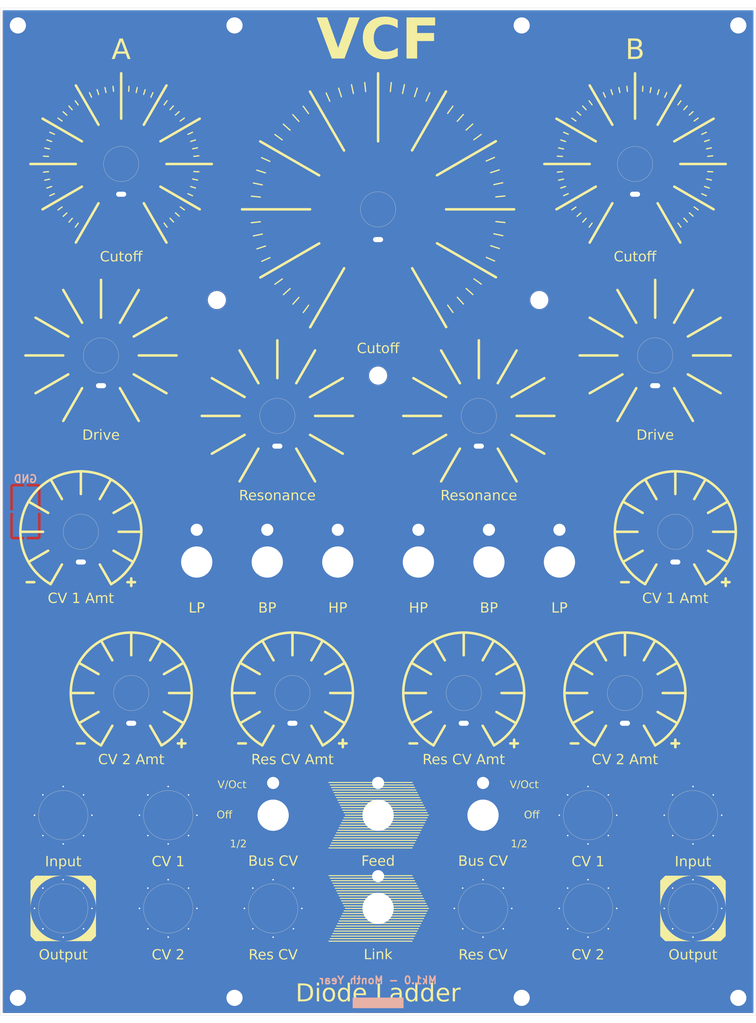
<source format=kicad_pcb>
(kicad_pcb (version 20240108) (generator "pcbnew") (generator_version "8.0")
  (title_block (title "Kosmo Format Front Panel - 10 cm") (company "DMH Instruments"))
  (layers (0 "F.Cu" signal) (31 "B.Cu" signal) (34 "B.Paste" user) (35 "F.Paste" user) (36 "B.SilkS" user "B.Silkscreen") (37 "F.SilkS" user "F.Silkscreen") (38 "B.Mask" user) (39 "F.Mask" user) (44 "Edge.Cuts" user))
  (property "Function" "")
  (net 0 "")
  (net 1 "GND")
  (footprint "SynthStuff:Toggle_Switch_Cutout" (layer "F.Cu") (at 122 140)
    (property "Reference" "H34")
    (property "Value" "BP" (at 0 9.2 0) (layer "F.SilkS") (effects (font (size 2 2))))
    (pad "1" thru_hole circle (at 0 -6.4) (size 2.9 2.9) (drill 2.4) (layers "*.Cu" "*.Mask") (net 1 "GND"))
    (pad "1" thru_hole circle (at 0 0) (size 13 13) (drill 6.2) (layers "*.Cu" "*.Mask") (net 1 "GND"))
  )
  (footprint "SynthStuff:Jack_6.35mm_Cutout_v3" (layer "F.Cu") (at 141.667 190.25)
    (property "Reference" "H15")
    (property "Value" "CV 1" (at 0 9.3 0) (layer "F.SilkS") (effects (font (size 2 2))))
    (fp_circle (center 0 0) (end 0 -4.9) (stroke (width 0.05)) (fill none) (layer "Edge.Cuts"))
    (pad "1" thru_hole circle (at -5.7 0) (size 0.5 0.5) (drill 0.3) (layers "*.Cu" "*.Mask") (net 1 "GND"))
    (pad "1" thru_hole circle (at -4.04 -4.03) (size 0.5 0.5) (drill 0.3) (layers "*.Cu" "*.Mask") (net 1 "GND"))
    (pad "1" thru_hole circle (at -4.03 4.04) (size 0.5 0.5) (drill 0.3) (layers "*.Cu" "*.Mask") (net 1 "GND"))
    (pad "1" thru_hole circle (at 0 -5.7) (size 0.5 0.5) (drill 0.3) (layers "*.Cu" "*.Mask") (net 1 "GND"))
    (pad "1" connect circle (at 0 0) (size 12 12) (layers "F.Cu" "F.Mask") (net 1 "GND"))
    (pad "1" connect circle (at 0 0) (size 12 12) (layers "B.Cu" "B.Mask") (net 1 "GND"))
    (pad "1" thru_hole circle (at 0 5.7) (size 0.5 0.5) (drill 0.3) (layers "*.Cu" "*.Mask") (net 1 "GND"))
    (pad "1" thru_hole circle (at 4.03 4.04) (size 0.5 0.5) (drill 0.3) (layers "*.Cu" "*.Mask") (net 1 "GND"))
    (pad "1" thru_hole circle (at 4.04 -4.03) (size 0.5 0.5) (drill 0.3) (layers "*.Cu" "*.Mask") (net 1 "GND"))
    (pad "1" thru_hole circle (at 5.7 0) (size 0.5 0.5) (drill 0.3) (layers "*.Cu" "*.Mask") (net 1 "GND"))
  )
  (footprint "SynthStuff:Toggle_Switch_Cutout" (layer "F.Cu") (at 100 208.75)
    (property "Reference" "H33")
    (property "Value" "Link" (at 0 9.25 0) (layer "F.SilkS") (effects (font (size 2 2))))
    (pad "1" thru_hole circle (at 0 -6.4) (size 2.9 2.9) (drill 2.4) (layers "*.Cu" "*.Mask") (net 1 "GND"))
    (pad "1" thru_hole circle (at 0 0) (size 13 13) (drill 6.2) (layers "*.Cu" "*.Mask") (net 1 "GND"))
  )
  (footprint "SynthStuff:MountingHole_LED_3mm" (layer "F.Cu") (at 68 88)
    (property "Reference" "H40" (hide yes))
    (property "Value" "LED A" (hide yes))
    (pad "" np_thru_hole circle (at 0 0) (size 3.1 3.1) (drill 3.1) (layers "F&B.Cu" "*.Mask"))
  )
  (footprint "SynthStuff:MountingHole_Rails" (layer "F.Cu") (at 28.5 226.5)
    (property "Reference" "H3")
    (property "Value" "MountingHole_Rails" (hide yes))
    (pad "1" thru_hole circle (at 0 0) (size 4 4) (drill 3.2) (layers "*.Cu" "*.Mask") (net 1 "GND"))
  )
  (footprint "SynthStuff:Pot_Cutout_Tiny_attv" (layer "F.Cu") (at 159 134)
    (property "Reference" "H22")
    (property "Value" "CV 1 Amt" (at 0 13.3 0) (layer "F.SilkS") (effects (font (size 2 2))))
    (fp_circle (center 0 0) (end 0 3.5) (stroke (width 0.05)) (fill none) (layer "Edge.Cuts"))
    (pad "1" connect circle (at 0 0) (size 12 12) (layers "F.Cu" "F.Mask") (net 1 "GND"))
    (pad "1" connect circle (at 0 0) (size 12 12) (layers "B.Cu" "B.Mask") (net 1 "GND"))
    (pad "1" thru_hole oval (at 0 6) (size 2.5 1.5) (drill oval 2 1) (layers "*.Cu" "*.Mask") (net 1 "GND"))
  )
  (footprint "SynthStuff:Jack_6.35mm_Cutout_v3" (layer "F.Cu") (at 141.667 208.75)
    (property "Reference" "H25")
    (property "Value" "CV 2" (at 0 9.3 0) (layer "F.SilkS") (effects (font (size 2 2))))
    (fp_circle (center 0 0) (end 0 -4.9) (stroke (width 0.05)) (fill none) (layer "Edge.Cuts"))
    (pad "1" thru_hole circle (at -5.7 0) (size 0.5 0.5) (drill 0.3) (layers "*.Cu" "*.Mask") (net 1 "GND"))
    (pad "1" thru_hole circle (at -4.04 -4.03) (size 0.5 0.5) (drill 0.3) (layers "*.Cu" "*.Mask") (net 1 "GND"))
    (pad "1" thru_hole circle (at -4.03 4.04) (size 0.5 0.5) (drill 0.3) (layers "*.Cu" "*.Mask") (net 1 "GND"))
    (pad "1" thru_hole circle (at 0 -5.7) (size 0.5 0.5) (drill 0.3) (layers "*.Cu" "*.Mask") (net 1 "GND"))
    (pad "1" connect circle (at 0 0) (size 12 12) (layers "F.Cu" "F.Mask") (net 1 "GND"))
    (pad "1" connect circle (at 0 0) (size 12 12) (layers "B.Cu" "B.Mask") (net 1 "GND"))
    (pad "1" thru_hole circle (at 0 5.7) (size 0.5 0.5) (drill 0.3) (layers "*.Cu" "*.Mask") (net 1 "GND"))
    (pad "1" thru_hole circle (at 4.03 4.04) (size 0.5 0.5) (drill 0.3) (layers "*.Cu" "*.Mask") (net 1 "GND"))
    (pad "1" thru_hole circle (at 4.04 -4.03) (size 0.5 0.5) (drill 0.3) (layers "*.Cu" "*.Mask") (net 1 "GND"))
    (pad "1" thru_hole circle (at 5.7 0) (size 0.5 0.5) (drill 0.3) (layers "*.Cu" "*.Mask") (net 1 "GND"))
  )
  (footprint "SynthStuff:Jack_6.35mm_Cutout_v3" (layer "F.Cu") (at 162.5 190.25)
    (property "Reference" "H16")
    (property "Value" "Input" (at 0 9.3 0) (layer "F.SilkS") (effects (font (size 2 2))))
    (fp_circle (center 0 0) (end 0 -4.9) (stroke (width 0.05)) (fill none) (layer "Edge.Cuts"))
    (pad "1" thru_hole circle (at -5.7 0) (size 0.5 0.5) (drill 0.3) (layers "*.Cu" "*.Mask") (net 1 "GND"))
    (pad "1" thru_hole circle (at -4.04 -4.03) (size 0.5 0.5) (drill 0.3) (layers "*.Cu" "*.Mask") (net 1 "GND"))
    (pad "1" thru_hole circle (at -4.03 4.04) (size 0.5 0.5) (drill 0.3) (layers "*.Cu" "*.Mask") (net 1 "GND"))
    (pad "1" thru_hole circle (at 0 -5.7) (size 0.5 0.5) (drill 0.3) (layers "*.Cu" "*.Mask") (net 1 "GND"))
    (pad "1" connect circle (at 0 0) (size 12 12) (layers "F.Cu" "F.Mask") (net 1 "GND"))
    (pad "1" connect circle (at 0 0) (size 12 12) (layers "B.Cu" "B.Mask") (net 1 "GND"))
    (pad "1" thru_hole circle (at 0 5.7) (size 0.5 0.5) (drill 0.3) (layers "*.Cu" "*.Mask") (net 1 "GND"))
    (pad "1" thru_hole circle (at 4.03 4.04) (size 0.5 0.5) (drill 0.3) (layers "*.Cu" "*.Mask") (net 1 "GND"))
    (pad "1" thru_hole circle (at 4.04 -4.03) (size 0.5 0.5) (drill 0.3) (layers "*.Cu" "*.Mask") (net 1 "GND"))
    (pad "1" thru_hole circle (at 5.7 0) (size 0.5 0.5) (drill 0.3) (layers "*.Cu" "*.Mask") (net 1 "GND"))
  )
  (footprint "SynthStuff:MountingHole_Rails" (layer "F.Cu") (at 128.5 226.5)
    (property "Reference" "H39")
    (property "Value" "MountingHole_Rails")
    (pad "1" thru_hole circle (at 0 0) (size 4 4) (drill 3.2) (layers "*.Cu" "*.Mask") (net 1 "GND"))
  )
  (footprint "SynthStuff:Toggle_Switch_Cutout" (layer "F.Cu") (at 120.833 190.25)
    (property "Reference" "H23")
    (property "Value" "Bus CV" (at 0 9.2 0) (layer "F.SilkS") (effects (font (size 2 2))))
    (pad "1" thru_hole circle (at 0 -6.4) (size 2.9 2.9) (drill 2.4) (layers "*.Cu" "*.Mask") (net 1 "GND"))
    (pad "1" thru_hole circle (at 0 0) (size 13 13) (drill 6.2) (layers "*.Cu" "*.Mask") (net 1 "GND"))
  )
  (footprint "SynthStuff:Jack_6.35mm_Cutout_v3" (layer "F.Cu") (at 37.5 190.25)
    (property "Reference" "H5")
    (property "Value" "Input" (at 0 9.3 0) (layer "F.SilkS") (effects (font (size 2 2))))
    (fp_circle (center 0 0) (end 0 -4.9) (stroke (width 0.05)) (fill none) (layer "Edge.Cuts"))
    (pad "1" thru_hole circle (at -5.7 0) (size 0.5 0.5) (drill 0.3) (layers "*.Cu" "*.Mask") (net 1 "GND"))
    (pad "1" thru_hole circle (at -4.04 -4.03) (size 0.5 0.5) (drill 0.3) (layers "*.Cu" "*.Mask") (net 1 "GND"))
    (pad "1" thru_hole circle (at -4.03 4.04) (size 0.5 0.5) (drill 0.3) (layers "*.Cu" "*.Mask") (net 1 "GND"))
    (pad "1" thru_hole circle (at 0 -5.7) (size 0.5 0.5) (drill 0.3) (layers "*.Cu" "*.Mask") (net 1 "GND"))
    (pad "1" connect circle (at 0 0) (size 12 12) (layers "F.Cu" "F.Mask") (net 1 "GND"))
    (pad "1" connect circle (at 0 0) (size 12 12) (layers "B.Cu" "B.Mask") (net 1 "GND"))
    (pad "1" thru_hole circle (at 0 5.7) (size 0.5 0.5) (drill 0.3) (layers "*.Cu" "*.Mask") (net 1 "GND"))
    (pad "1" thru_hole circle (at 4.03 4.04) (size 0.5 0.5) (drill 0.3) (layers "*.Cu" "*.Mask") (net 1 "GND"))
    (pad "1" thru_hole circle (at 4.04 -4.03) (size 0.5 0.5) (drill 0.3) (layers "*.Cu" "*.Mask") (net 1 "GND"))
    (pad "1" thru_hole circle (at 5.7 0) (size 0.5 0.5) (drill 0.3) (layers "*.Cu" "*.Mask") (net 1 "GND"))
  )
  (footprint "SynthStuff:Pot_Cutout_Tiny_attv" (layer "F.Cu") (at 51 166)
    (property "Reference" "H17")
    (property "Value" "CV 2 Amt" (at 0 13.3 0) (layer "F.SilkS") (effects (font (size 2 2))))
    (fp_circle (center 0 0) (end 0 3.5) (stroke (width 0.05)) (fill none) (layer "Edge.Cuts"))
    (pad "1" connect circle (at 0 0) (size 12 12) (layers "F.Cu" "F.Mask") (net 1 "GND"))
    (pad "1" connect circle (at 0 0) (size 12 12) (layers "B.Cu" "B.Mask") (net 1 "GND"))
    (pad "1" thru_hole oval (at 0 6) (size 2.5 1.5) (drill oval 2 1) (layers "*.Cu" "*.Mask") (net 1 "GND"))
  )
  (footprint "SynthStuff:Pot_Cutout_Small" (layer "F.Cu") (at 45 99)
    (property "Reference" "H10")
    (property "Value" "Drive" (at 0 15.9 0) (layer "F.SilkS") (effects (font (size 2 2))))
    (fp_circle (center 0 0) (end 0 3.5) (stroke (width 0.05)) (fill none) (layer "Edge.Cuts"))
    (pad "1" connect circle (at 0 0) (size 12 12) (layers "F.Cu" "F.Mask") (net 1 "GND"))
    (pad "1" connect circle (at 0 0) (size 12 12) (layers "B.Cu" "B.Mask") (net 1 "GND"))
    (pad "1" thru_hole oval (at 0 6) (size 2.5 1.5) (drill oval 2 1) (layers "*.Cu" "*.Mask") (net 1 "GND"))
  )
  (footprint "SynthStuff:Pot_Cutout_Tiny_attv" (layer "F.Cu") (at 41 134)
    (property "Reference" "H12")
    (property "Value" "CV 1 Amt" (at 0 13.3 0) (layer "F.SilkS") (effects (font (size 2 2))))
    (fp_circle (center 0 0) (end 0 3.5) (stroke (width 0.05)) (fill none) (layer "Edge.Cuts"))
    (pad "1" connect circle (at 0 0) (size 12 12) (layers "F.Cu" "F.Mask") (net 1 "GND"))
    (pad "1" connect circle (at 0 0) (size 12 12) (layers "B.Cu" "B.Mask") (net 1 "GND"))
    (pad "1" thru_hole oval (at 0 6) (size 2.5 1.5) (drill oval 2 1) (layers "*.Cu" "*.Mask") (net 1 "GND"))
  )
  (footprint "SynthStuff:Toggle_Switch_Cutout" (layer "F.Cu") (at 100 190.25)
    (property "Reference" "H44")
    (property "Value" "Feed" (at 0 9.2 0) (layer "F.SilkS") (effects (font (size 2 2))))
    (pad "1" thru_hole circle (at 0 -6.4) (size 2.9 2.9) (drill 2.4) (layers "*.Cu" "*.Mask") (net 1 "GND"))
    (pad "1" thru_hole circle (at 0 0) (size 13 13) (drill 6.2) (layers "*.Cu" "*.Mask") (net 1 "GND"))
  )
  (footprint "SynthStuff:Pot_Cutout_Tiny_attv" (layer "F.Cu") (at 117 166)
    (property "Reference" "H32")
    (property "Value" "Res CV Amt" (at 0 13.3 0) (layer "F.SilkS") (effects (font (size 2 2))))
    (fp_circle (center 0 0) (end 0 3.5) (stroke (width 0.05)) (fill none) (layer "Edge.Cuts"))
    (pad "1" connect circle (at 0 0) (size 12 12) (layers "F.Cu" "F.Mask") (net 1 "GND"))
    (pad "1" connect circle (at 0 0) (size 12 12) (layers "B.Cu" "B.Mask") (net 1 "GND"))
    (pad "1" thru_hole oval (at 0 6) (size 2.5 1.5) (drill oval 2 1) (layers "*.Cu" "*.Mask") (net 1 "GND"))
  )
  (footprint "SynthStuff:Pot_Cutout_Small" (layer "F.Cu") (at 80 111)
    (property "Reference" "H11")
    (property "Value" "Resonance" (at 0 15.9 0) (layer "F.SilkS") (effects (font (size 2 2))))
    (fp_circle (center 0 0) (end 0 3.5) (stroke (width 0.05)) (fill none) (layer "Edge.Cuts"))
    (pad "1" connect circle (at 0 0) (size 12 12) (layers "F.Cu" "F.Mask") (net 1 "GND"))
    (pad "1" connect circle (at 0 0) (size 12 12) (layers "B.Cu" "B.Mask") (net 1 "GND"))
    (pad "1" thru_hole oval (at 0 6) (size 2.5 1.5) (drill oval 2 1) (layers "*.Cu" "*.Mask") (net 1 "GND"))
  )
  (footprint "SynthStuff:Toggle_Switch_Cutout" (layer "F.Cu") (at 78 140)
    (property "Reference" "H20")
    (property "Value" "BP" (at 0 9.2 0) (layer "F.SilkS") (effects (font (size 2 2))))
    (pad "1" thru_hole circle (at 0 -6.4) (size 2.9 2.9) (drill 2.4) (layers "*.Cu" "*.Mask") (net 1 "GND"))
    (pad "1" thru_hole circle (at 0 0) (size 13 13) (drill 6.2) (layers "*.Cu" "*.Mask") (net 1 "GND"))
  )
  (footprint "SynthStuff:Toggle_Switch_Cutout" (layer "F.Cu") (at 136 140)
    (property "Reference" "H24")
    (property "Value" "LP" (at 0 9.2 0) (layer "F.SilkS") (effects (font (size 2 2))))
    (pad "1" thru_hole circle (at 0 -6.4) (size 2.9 2.9) (drill 2.4) (layers "*.Cu" "*.Mask") (net 1 "GND"))
    (pad "1" thru_hole circle (at 0 0) (size 13 13) (drill 6.2) (layers "*.Cu" "*.Mask") (net 1 "GND"))
  )
  (footprint "SynthStuff:Jack_6.35mm_Cutout_v3" (layer "F.Cu") (at 120.833 208.75)
    (property "Reference" "H29")
    (property "Value" "Res CV" (at 0 9.3 0) (layer "F.SilkS") (effects (font (size 2 2))))
    (fp_circle (center 0 0) (end 0 -4.9) (stroke (width 0.05)) (fill none) (layer "Edge.Cuts"))
    (pad "1" thru_hole circle (at -5.7 0) (size 0.5 0.5) (drill 0.3) (layers "*.Cu" "*.Mask") (net 1 "GND"))
    (pad "1" thru_hole circle (at -4.04 -4.03) (size 0.5 0.5) (drill 0.3) (layers "*.Cu" "*.Mask") (net 1 "GND"))
    (pad "1" thru_hole circle (at -4.03 4.04) (size 0.5 0.5) (drill 0.3) (layers "*.Cu" "*.Mask") (net 1 "GND"))
    (pad "1" thru_hole circle (at 0 -5.7) (size 0.5 0.5) (drill 0.3) (layers "*.Cu" "*.Mask") (net 1 "GND"))
    (pad "1" connect circle (at 0 0) (size 12 12) (layers "F.Cu" "F.Mask") (net 1 "GND"))
    (pad "1" connect circle (at 0 0) (size 12 12) (layers "B.Cu" "B.Mask") (net 1 "GND"))
    (pad "1" thru_hole circle (at 0 5.7) (size 0.5 0.5) (drill 0.3) (layers "*.Cu" "*.Mask") (net 1 "GND"))
    (pad "1" thru_hole circle (at 4.03 4.04) (size 0.5 0.5) (drill 0.3) (layers "*.Cu" "*.Mask") (net 1 "GND"))
    (pad "1" thru_hole circle (at 4.04 -4.03) (size 0.5 0.5) (drill 0.3) (layers "*.Cu" "*.Mask") (net 1 "GND"))
    (pad "1" thru_hole circle (at 5.7 0) (size 0.5 0.5) (drill 0.3) (layers "*.Cu" "*.Mask") (net 1 "GND"))
  )
  (footprint "SynthStuff:Pot_Cutout_Tiny_attv" (layer "F.Cu") (at 83 166)
    (property "Reference" "H13")
    (property "Value" "Res CV Amt" (at 0 13.3 0) (layer "F.SilkS") (effects (font (size 2 2))))
    (fp_circle (center 0 0) (end 0 3.5) (stroke (width 0.05)) (fill none) (layer "Edge.Cuts"))
    (pad "1" connect circle (at 0 0) (size 12 12) (layers "F.Cu" "F.Mask") (net 1 "GND"))
    (pad "1" connect circle (at 0 0) (size 12 12) (layers "B.Cu" "B.Mask") (net 1 "GND"))
    (pad "1" thru_hole oval (at 0 6) (size 2.5 1.5) (drill oval 2 1) (layers "*.Cu" "*.Mask") (net 1 "GND"))
  )
  (footprint "SynthStuff:MountingHole_Rails" (layer "F.Cu") (at 71.5 33.5)
    (property "Reference" "H36")
    (property "Value" "MountingHole_Rails" (hide yes))
    (pad "1" thru_hole circle (at 0 0) (size 4 4) (drill 3.2) (layers "*.Cu" "*.Mask") (net 1 "GND"))
  )
  (footprint "SynthStuff:MountingHole_LED_3mm" (layer "F.Cu") (at 100 103)
    (property "Reference" "H41" (hide yes))
    (property "Value" "LED Link" (hide yes))
    (pad "" np_thru_hole circle (at 0 0) (size 3.1 3.1) (drill 3.1) (layers "F&B.Cu" "*.Mask"))
  )
  (footprint "SynthStuff:Jack_6.35mm_Cutout_v3" (layer "F.Cu") (at 58.333 190.25)
    (property "Reference" "H6")
    (property "Value" "CV 1" (at 0 9.3 0) (layer "F.SilkS") (effects (font (size 2 2))))
    (fp_circle (center 0 0) (end 0 -4.9) (stroke (width 0.05)) (fill none) (layer "Edge.Cuts"))
    (pad "1" thru_hole circle (at -5.7 0) (size 0.5 0.5) (drill 0.3) (layers "*.Cu" "*.Mask") (net 1 "GND"))
    (pad "1" thru_hole circle (at -4.04 -4.03) (size 0.5 0.5) (drill 0.3) (layers "*.Cu" "*.Mask") (net 1 "GND"))
    (pad "1" thru_hole circle (at -4.03 4.04) (size 0.5 0.5) (drill 0.3) (layers "*.Cu" "*.Mask") (net 1 "GND"))
    (pad "1" thru_hole circle (at 0 -5.7) (size 0.5 0.5) (drill 0.3) (layers "*.Cu" "*.Mask") (net 1 "GND"))
    (pad "1" connect circle (at 0 0) (size 12 12) (layers "F.Cu" "F.Mask") (net 1 "GND"))
    (pad "1" connect circle (at 0 0) (size 12 12) (layers "B.Cu" "B.Mask") (net 1 "GND"))
    (pad "1" thru_hole circle (at 0 5.7) (size 0.5 0.5) (drill 0.3) (layers "*.Cu" "*.Mask") (net 1 "GND"))
    (pad "1" thru_hole circle (at 4.03 4.04) (size 0.5 0.5) (drill 0.3) (layers "*.Cu" "*.Mask") (net 1 "GND"))
    (pad "1" thru_hole circle (at 4.04 -4.03) (size 0.5 0.5) (drill 0.3) (layers "*.Cu" "*.Mask") (net 1 "GND"))
    (pad "1" thru_hole circle (at 5.7 0) (size 0.5 0.5) (drill 0.3) (layers "*.Cu" "*.Mask") (net 1 "GND"))
  )
  (footprint "SynthStuff:MountingHole_Rails" (layer "F.Cu") (at 71.5 226.5)
    (property "Reference" "H37")
    (property "Value" "MountingHole_Rails")
    (pad "1" thru_hole circle (at 0 0) (size 4 4) (drill 3.2) (layers "*.Cu" "*.Mask") (net 1 "GND"))
  )
  (footprint "SynthStuff:Jack_6.35mm_Cutout_Output_v6" (layer "F.Cu") (at 162.5 208.75)
    (property "Reference" "H30")
    (property "Value" "Output" (at 0 9.3 0) (layer "F.SilkS") (effects (font (size 2 2))))
    (fp_circle (center 0 0) (end 0 -4.9) (stroke (width 0.05)) (fill none) (layer "Edge.Cuts"))
    (pad "1" thru_hole circle (at -5.7 0) (size 0.5 0.5) (drill 0.3) (layers "*.Cu" "*.Mask") (net 1 "GND"))
    (pad "1" thru_hole circle (at -4.04 -4.03) (size 0.5 0.5) (drill 0.3) (layers "*.Cu" "*.Mask") (net 1 "GND"))
    (pad "1" thru_hole circle (at -4.03 4.04) (size 0.5 0.5) (drill 0.3) (layers "*.Cu" "*.Mask") (net 1 "GND"))
    (pad "1" thru_hole circle (at 0 -5.7) (size 0.5 0.5) (drill 0.3) (layers "*.Cu" "*.Mask") (net 1 "GND"))
    (pad "1" connect circle (at 0 0) (size 12 12) (layers "F.Cu" "F.Mask") (net 1 "GND"))
    (pad "1" connect circle (at 0 0) (size 12 12) (layers "B.Cu" "B.Mask") (net 1 "GND"))
    (pad "1" thru_hole circle (at 0 5.7) (size 0.5 0.5) (drill 0.3) (layers "*.Cu" "*.Mask") (net 1 "GND"))
    (pad "1" thru_hole circle (at 4.03 4.04) (size 0.5 0.5) (drill 0.3) (layers "*.Cu" "*.Mask") (net 1 "GND"))
    (pad "1" thru_hole circle (at 4.04 -4.03) (size 0.5 0.5) (drill 0.3) (layers "*.Cu" "*.Mask") (net 1 "GND"))
    (pad "1" thru_hole circle (at 5.7 0) (size 0.5 0.5) (drill 0.3) (layers "*.Cu" "*.Mask") (net 1 "GND"))
  )
  (footprint "SynthStuff:Pot_Cutout_Medium_v2" (layer "F.Cu") (at 151 61)
    (property "Reference" "H27")
    (property "Value" "Cutoff" (at 0 18.5 0) (layer "F.SilkS") (effects (font (size 2 2))))
    (fp_circle (center 0 0) (end 0 3.5) (stroke (width 0.05)) (fill none) (layer "Edge.Cuts"))
    (pad "1" connect circle (at 0 0) (size 12 12) (layers "F.Cu" "F.Mask") (net 1 "GND"))
    (pad "1" connect circle (at 0 0) (size 12 12) (layers "B.Cu" "B.Mask") (net 1 "GND"))
    (pad "1" thru_hole oval (at 0 6) (size 2.5 1.5) (drill oval 2 1) (layers "*.Cu" "*.Mask") (net 1 "GND"))
  )
  (footprint "SynthStuff:MountingHole_Rails" (layer "F.Cu") (at 128.5 33.5)
    (property "Reference" "H38")
    (property "Value" "MountingHole_Rails")
    (pad "1" thru_hole circle (at 0 0) (size 4 4) (drill 3.2) (layers "*.Cu" "*.Mask") (net 1 "GND"))
  )
  (footprint "SynthStuff:Pot_Cutout_Medium_v2" (layer "F.Cu") (at 49 61)
    (property "Reference" "H9")
    (property "Value" "Cutoff" (at 0 18.5 0) (layer "F.SilkS") (effects (font (size 2 2))))
    (fp_circle (center 0 0) (end 0 3.5) (stroke (width 0.05)) (fill none) (layer "Edge.Cuts"))
    (pad "1" connect circle (at 0 0) (size 12 12) (layers "F.Cu" "F.Mask") (net 1 "GND"))
    (pad "1" connect circle (at 0 0) (size 12 12) (layers "B.Cu" "B.Mask") (net 1 "GND"))
    (pad "1" thru_hole oval (at 0 6) (size 2.5 1.5) (drill oval 2 1) (layers "*.Cu" "*.Mask") (net 1 "GND"))
  )
  (footprint "SynthStuff:Jack_6.35mm_Cutout_Output_v6" (layer "F.Cu") (at 37.5 208.75)
    (property "Reference" "H8")
    (property "Value" "Output" (at 0 9.3 0) (layer "F.SilkS") (effects (font (size 2 2))))
    (fp_circle (center 0 0) (end 0 -4.9) (stroke (width 0.05)) (fill none) (layer "Edge.Cuts"))
    (pad "1" thru_hole circle (at -5.7 0) (size 0.5 0.5) (drill 0.3) (layers "*.Cu" "*.Mask") (net 1 "GND"))
    (pad "1" thru_hole circle (at -4.04 -4.03) (size 0.5 0.5) (drill 0.3) (layers "*.Cu" "*.Mask") (net 1 "GND"))
    (pad "1" thru_hole circle (at -4.03 4.04) (size 0.5 0.5) (drill 0.3) (layers "*.Cu" "*.Mask") (net 1 "GND"))
    (pad "1" thru_hole circle (at 0 -5.7) (size 0.5 0.5) (drill 0.3) (layers "*.Cu" "*.Mask") (net 1 "GND"))
    (pad "1" connect circle (at 0 0) (size 12 12) (layers "F.Cu" "F.Mask") (net 1 "GND"))
    (pad "1" connect circle (at 0 0) (size 12 12) (layers "B.Cu" "B.Mask") (net 1 "GND"))
    (pad "1" thru_hole circle (at 0 5.7) (size 0.5 0.5) (drill 0.3) (layers "*.Cu" "*.Mask") (net 1 "GND"))
    (pad "1" thru_hole circle (at 4.03 4.04) (size 0.5 0.5) (drill 0.3) (layers "*.Cu" "*.Mask") (net 1 "GND"))
    (pad "1" thru_hole circle (at 4.04 -4.03) (size 0.5 0.5) (drill 0.3) (layers "*.Cu" "*.Mask") (net 1 "GND"))
    (pad "1" thru_hole circle (at 5.7 0) (size 0.5 0.5) (drill 0.3) (layers "*.Cu" "*.Mask") (net 1 "GND"))
  )
  (footprint "SynthStuff:Pot_Cutout_Small" (layer "F.Cu") (at 120 111)
    (property "Reference" "H31")
    (property "Value" "Resonance" (at 0 15.9 0) (layer "F.SilkS") (effects (font (size 2 2))))
    (fp_circle (center 0 0) (end 0 3.5) (stroke (width 0.05)) (fill none) (layer "Edge.Cuts"))
    (pad "1" connect circle (at 0 0) (size 12 12) (layers "F.Cu" "F.Mask") (net 1 "GND"))
    (pad "1" connect circle (at 0 0) (size 12 12) (layers "B.Cu" "B.Mask") (net 1 "GND"))
    (pad "1" thru_hole oval (at 0 6) (size 2.5 1.5) (drill oval 2 1) (layers "*.Cu" "*.Mask") (net 1 "GND"))
  )
  (footprint "SynthStuff:Jack_6.35mm_Cutout_v3" (layer "F.Cu") (at 58.333 208.75)
    (property "Reference" "H18")
    (property "Value" "CV 2" (at 0 9.3 0) (layer "F.SilkS") (effects (font (size 2 2))))
    (fp_circle (center 0 0) (end 0 -4.9) (stroke (width 0.05)) (fill none) (layer "Edge.Cuts"))
    (pad "1" thru_hole circle (at -5.7 0) (size 0.5 0.5) (drill 0.3) (layers "*.Cu" "*.Mask") (net 1 "GND"))
    (pad "1" thru_hole circle (at -4.04 -4.03) (size 0.5 0.5) (drill 0.3) (layers "*.Cu" "*.Mask") (net 1 "GND"))
    (pad "1" thru_hole circle (at -4.03 4.04) (size 0.5 0.5) (drill 0.3) (layers "*.Cu" "*.Mask") (net 1 "GND"))
    (pad "1" thru_hole circle (at 0 -5.7) (size 0.5 0.5) (drill 0.3) (layers "*.Cu" "*.Mask") (net 1 "GND"))
    (pad "1" connect circle (at 0 0) (size 12 12) (layers "F.Cu" "F.Mask") (net 1 "GND"))
    (pad "1" connect circle (at 0 0) (size 12 12) (layers "B.Cu" "B.Mask") (net 1 "GND"))
    (pad "1" thru_hole circle (at 0 5.7) (size 0.5 0.5) (drill 0.3) (layers "*.Cu" "*.Mask") (net 1 "GND"))
    (pad "1" thru_hole circle (at 4.03 4.04) (size 0.5 0.5) (drill 0.3) (layers "*.Cu" "*.Mask") (net 1 "GND"))
    (pad "1" thru_hole circle (at 4.04 -4.03) (size 0.5 0.5) (drill 0.3) (layers "*.Cu" "*.Mask") (net 1 "GND"))
    (pad "1" thru_hole circle (at 5.7 0) (size 0.5 0.5) (drill 0.3) (layers "*.Cu" "*.Mask") (net 1 "GND"))
  )
  (footprint "SynthStuff:Toggle_Switch_Cutout" (layer "F.Cu") (at 79.167 190.25)
    (property "Reference" "H19")
    (property "Value" "Bus CV" (at 0 9.2 0) (layer "F.SilkS") (effects (font (size 2 2))))
    (pad "1" thru_hole circle (at 0 -6.4) (size 2.9 2.9) (drill 2.4) (layers "*.Cu" "*.Mask") (net 1 "GND"))
    (pad "1" thru_hole circle (at 0 0) (size 13 13) (drill 6.2) (layers "*.Cu" "*.Mask") (net 1 "GND"))
  )
  (footprint "SynthStuff:MountingHole_LED_3mm" (layer "F.Cu") (at 132 88)
    (property "Reference" "H42" (hide yes))
    (property "Value" "LED B" (hide yes))
    (pad "" np_thru_hole circle (at 0 0) (size 3.1 3.1) (drill 3.1) (layers "F&B.Cu" "*.Mask"))
  )
  (footprint "SynthStuff:Pot_Cutout_Small" (layer "F.Cu") (at 155 99)
    (property "Reference" "H21")
    (property "Value" "Drive" (at 0 15.9 0) (layer "F.SilkS") (effects (font (size 2 2))))
    (fp_circle (center 0 0) (end 0 3.5) (stroke (width 0.05)) (fill none) (layer "Edge.Cuts"))
    (pad "1" connect circle (at 0 0) (size 12 12) (layers "F.Cu" "F.Mask") (net 1 "GND"))
    (pad "1" connect circle (at 0 0) (size 12 12) (layers "B.Cu" "B.Mask") (net 1 "GND"))
    (pad "1" thru_hole oval (at 0 6) (size 2.5 1.5) (drill oval 2 1) (layers "*.Cu" "*.Mask") (net 1 "GND"))
  )
  (footprint "SynthStuff:MountingHole_Rails" (layer "F.Cu") (at 171.5 33.5)
    (property "Reference" "H2")
    (property "Value" "MountingHole_Rails" (hide yes))
    (pad "1" thru_hole circle (at 0 0) (size 4 4) (drill 3.2) (layers "*.Cu" "*.Mask") (net 1 "GND"))
  )
  (footprint "SynthStuff:MountingHole_Rails" (layer "F.Cu") (at 171.5 226.5)
    (property "Reference" "H4")
    (property "Value" "MountingHole_Rails" (hide yes))
    (pad "1" thru_hole circle (at 0 0) (size 4 4) (drill 3.2) (layers "*.Cu" "*.Mask") (net 1 "GND"))
  )
  (footprint "SynthStuff:Pot_Cutout_Tiny_attv" (layer "F.Cu") (at 149 166)
    (property "Reference" "H28")
    (property "Value" "CV 2 Amt" (at 0 13.3 0) (layer "F.SilkS") (effects (font (size 2 2))))
    (fp_circle (center 0 0) (end 0 3.5) (stroke (width 0.05)) (fill none) (layer "Edge.Cuts"))
    (pad "1" connect circle (at 0 0) (size 12 12) (layers "F.Cu" "F.Mask") (net 1 "GND"))
    (pad "1" connect circle (at 0 0) (size 12 12) (layers "B.Cu" "B.Mask") (net 1 "GND"))
    (pad "1" thru_hole oval (at 0 6) (size 2.5 1.5) (drill oval 2 1) (layers "*.Cu" "*.Mask") (net 1 "GND"))
  )
  (footprint "SynthStuff:Jack_6.35mm_Cutout_v3" (layer "F.Cu") (at 79.167 208.75)
    (property "Reference" "H7")
    (property "Value" "Res CV" (at 0 9.3 0) (layer "F.SilkS") (effects (font (size 2 2))))
    (fp_circle (center 0 0) (end 0 -4.9) (stroke (width 0.05)) (fill none) (layer "Edge.Cuts"))
    (pad "1" thru_hole circle (at -5.7 0) (size 0.5 0.5) (drill 0.3) (layers "*.Cu" "*.Mask") (net 1 "GND"))
    (pad "1" thru_hole circle (at -4.04 -4.03) (size 0.5 0.5) (drill 0.3) (layers "*.Cu" "*.Mask") (net 1 "GND"))
    (pad "1" thru_hole circle (at -4.03 4.04) (size 0.5 0.5) (drill 0.3) (layers "*.Cu" "*.Mask") (net 1 "GND"))
    (pad "1" thru_hole circle (at 0 -5.7) (size 0.5 0.5) (drill 0.3) (layers "*.Cu" "*.Mask") (net 1 "GND"))
    (pad "1" connect circle (at 0 0) (size 12 12) (layers "F.Cu" "F.Mask") (net 1 "GND"))
    (pad "1" connect circle (at 0 0) (size 12 12) (layers "B.Cu" "B.Mask") (net 1 "GND"))
    (pad "1" thru_hole circle (at 0 5.7) (size 0.5 0.5) (drill 0.3) (layers "*.Cu" "*.Mask") (net 1 "GND"))
    (pad "1" thru_hole circle (at 4.03 4.04) (size 0.5 0.5) (drill 0.3) (layers "*.Cu" "*.Mask") (net 1 "GND"))
    (pad "1" thru_hole circle (at 4.04 -4.03) (size 0.5 0.5) (drill 0.3) (layers "*.Cu" "*.Mask") (net 1 "GND"))
    (pad "1" thru_hole circle (at 5.7 0) (size 0.5 0.5) (drill 0.3) (layers "*.Cu" "*.Mask") (net 1 "GND"))
  )
  (footprint "SynthStuff:Pot_Cutout_Huge_v2" (layer "F.Cu") (at 100 70)
    (property "Reference" "H43")
    (property "Value" "Cutoff" (at 0 27.7 0) (layer "F.SilkS") (effects (font (size 2 2))))
    (fp_circle (center 0 0) (end 0 3.5) (stroke (width 0.05)) (fill none) (layer "Edge.Cuts"))
    (pad "1" connect circle (at 0 0) (size 12 12) (layers "F.Cu" "F.Mask") (net 1 "GND"))
    (pad "1" connect circle (at 0 0) (size 12 12) (layers "B.Cu" "B.Mask") (net 1 "GND"))
    (pad "1" thru_hole oval (at 0 6) (size 2.5 1.5) (drill oval 2 1) (layers "*.Cu" "*.Mask") (net 1 "GND"))
  )
  (footprint "SynthStuff:MountingHole_Rails" (layer "F.Cu") (at 28.5 33.5)
    (property "Reference" "H1")
    (property "Value" "MountingHole_Rails" (hide yes))
    (pad "1" thru_hole circle (at 0 0) (size 4 4) (drill 3.2) (layers "*.Cu" "*.Mask") (net 1 "GND"))
  )
  (footprint "SynthStuff:Toggle_Switch_Cutout" (layer "F.Cu") (at 64 140)
    (property "Reference" "H14")
    (property "Value" "LP" (at 0 9.2 0) (layer "F.SilkS") (effects (font (size 2 2))))
    (pad "1" thru_hole circle (at 0 -6.4) (size 2.9 2.9) (drill 2.4) (layers "*.Cu" "*.Mask") (net 1 "GND"))
    (pad "1" thru_hole circle (at 0 0) (size 13 13) (drill 6.2) (layers "*.Cu" "*.Mask") (net 1 "GND"))
  )
  (footprint "SynthStuff:Toggle_Switch_Cutout" (layer "F.Cu") (at 92 140)
    (property "Reference" "H26")
    (property "Value" "HP" (at 0 9.2 0) (layer "F.SilkS") (effects (font (size 2 2))))
    (pad "1" thru_hole circle (at 0 -6.4) (size 2.9 2.9) (drill 2.4) (layers "*.Cu" "*.Mask") (net 1 "GND"))
    (pad "1" thru_hole circle (at 0 0) (size 13 13) (drill 6.2) (layers "*.Cu" "*.Mask") (net 1 "GND"))
  )
  (footprint "SynthStuff:Toggle_Switch_Cutout" (layer "F.Cu") (at 108 140)
    (property "Reference" "H35")
    (property "Value" "HP" (at 0 9.2 0) (layer "F.SilkS") (effects (font (size 2 2))))
    (pad "1" thru_hole circle (at 0 -6.4) (size 2.9 2.9) (drill 2.4) (layers "*.Cu" "*.Mask") (net 1 "GND"))
    (pad "1" thru_hole circle (at 0 0) (size 13 13) (drill 6.2) (layers "*.Cu" "*.Mask") (net 1 "GND"))
  )
  (footprint "SynthStuff:Panel_GND_SolderWirePad_5x10mm" (layer "B.Cu") (at 30 130 180)
    (property "Reference" "J0" (hide yes))
    (property "Value" "Panel_GND_Solder_Wire_Pad" (hide yes))
    (property "Function" "GND" (at 0 6.5 0) (layer "B.SilkS") (effects (font (size 1.5 1.5) (thickness 0.3) (bold yes)) (justify mirror)))
    (pad "1" smd rect (at 0 0 180) (size 5 10) (layers "B.Cu" "B.Paste" "B.Mask") (net 1 "GND"))
  )
  (gr_rect (start 95 226.5) (end 105 228.5) (stroke (width 0.1)) (fill solid) (layer "B.SilkS"))
  (gr_line (start 90.5 196.25) (end 107 196.25) (stroke (width 0.2)) (layer "F.SilkS"))
  (gr_line (start 90.5 214.75) (end 107 214.75) (stroke (width 0.2)) (layer "F.SilkS"))
  (gr_line (start 93.25 190.75) (end 109.75 190.75) (stroke (width 0.2)) (layer "F.SilkS"))
  (gr_line (start 93 209.75) (end 109.5 209.75) (stroke (width 0.2)) (layer "F.SilkS"))
  (gr_line (start 92 193.25) (end 108.5 193.25) (stroke (width 0.2)) (layer "F.SilkS"))
  (gr_line (start 92.75 191.75) (end 109.25 191.75) (stroke (width 0.2)) (layer "F.SilkS"))
  (gr_line (start 90.75 203.25) (end 107.25 203.25) (stroke (width 0.2)) (layer "F.SilkS"))
  (gr_line (start 91.25 204.25) (end 107.75 204.25) (stroke (width 0.2)) (layer "F.SilkS"))
  (gr_line (start 92.5 206.75) (end 109 206.75) (stroke (width 0.2)) (layer "F.SilkS"))
  (gr_line (start 93.25 208.25) (end 109.75 208.25) (stroke (width 0.2)) (layer "F.SilkS"))
  (gr_line (start 90.5 202.75) (end 107 202.75) (stroke (width 0.2)) (layer "F.SilkS"))
  (gr_line (start 93.25 209.25) (end 109.75 209.25) (stroke (width 0.2)) (layer "F.SilkS"))
  (gr_line (start 91.75 186.75) (end 108.25 186.75) (stroke (width 0.2)) (layer "F.SilkS"))
  (gr_line (start 91.5 212.75) (end 108 212.75) (stroke (width 0.2)) (layer "F.SilkS"))
  (gr_line (start 90.75 195.75) (end 107.25 195.75) (stroke (width 0.2)) (layer "F.SilkS"))
  (gr_line (start 90.25 215.25) (end 106.75 215.25) (stroke (width 0.2)) (layer "F.SilkS"))
  (gr_line (start 93 207.75) (end 109.5 207.75) (stroke (width 0.2)) (layer "F.SilkS"))
  (gr_line (start 93 191.25) (end 109.5 191.25) (stroke (width 0.2)) (layer "F.SilkS"))
  (gr_line (start 91.25 185.75) (end 107.75 185.75) (stroke (width 0.2)) (layer "F.SilkS"))
  (gr_line (start 92.5 188.25) (end 109 188.25) (stroke (width 0.2)) (layer "F.SilkS"))
  (gr_line (start 92.25 187.75) (end 108.75 187.75) (stroke (width 0.2)) (layer "F.SilkS"))
  (gr_line (start 92.25 211.25) (end 108.75 211.25) (stroke (width 0.2)) (layer "F.SilkS"))
  (gr_line (start 92 205.75) (end 108.5 205.75) (stroke (width 0.2)) (layer "F.SilkS"))
  (gr_line (start 90.75 214.25) (end 107.25 214.25) (stroke (width 0.2)) (layer "F.SilkS"))
  (gr_line (start 92.75 210.25) (end 109.25 210.25) (stroke (width 0.2)) (layer "F.SilkS"))
  (gr_line (start 91 203.75) (end 107.5 203.75) (stroke (width 0.2)) (layer "F.SilkS"))
  (gr_line (start 91.25 213.25) (end 107.75 213.25) (stroke (width 0.2)) (layer "F.SilkS"))
  (gr_line (start 91.75 193.75) (end 108.25 193.75) (stroke (width 0.2)) (layer "F.SilkS"))
  (gr_line (start 90.25 196.75) (end 106.75 196.75) (stroke (width 0.2)) (layer "F.SilkS"))
  (gr_line (start 91.5 204.75) (end 108 204.75) (stroke (width 0.2)) (layer "F.SilkS"))
  (gr_line (start 91.75 205.25) (end 108.25 205.25) (stroke (width 0.2)) (layer "F.SilkS"))
  (gr_line (start 93.5 208.75) (end 110 208.75) (stroke (width 0.2)) (layer "F.SilkS"))
  (gr_line (start 91.5 186.25) (end 108 186.25) (stroke (width 0.2)) (layer "F.SilkS"))
  (gr_line (start 91.5 194.25) (end 108 194.25) (stroke (width 0.2)) (layer "F.SilkS"))
  (gr_line (start 92 187.25) (end 108.5 187.25) (stroke (width 0.2)) (layer "F.SilkS"))
  (gr_line (start 93.25 189.75) (end 109.75 189.75) (stroke (width 0.2)) (layer "F.SilkS"))
  (gr_line (start 91 185.25) (end 107.5 185.25) (stroke (width 0.2)) (layer "F.SilkS"))
  (gr_line (start 92.5 210.75) (end 109 210.75) (stroke (width 0.2)) (layer "F.SilkS"))
  (gr_line (start 93.5 190.25) (end 110 190.25) (stroke (width 0.2)) (layer "F.SilkS"))
  (gr_line (start 92.25 206.25) (end 108.75 206.25) (stroke (width 0.2)) (layer "F.SilkS"))
  (gr_line (start 106.75 183.75) (end 90.25 183.75) (stroke (width 0.2)) (layer "F.SilkS"))
  (gr_line (start 91.75 212.25) (end 108.25 212.25) (stroke (width 0.2)) (layer "F.SilkS"))
  (gr_line (start 92.25 192.75) (end 108.75 192.75) (stroke (width 0.2)) (layer "F.SilkS"))
  (gr_line (start 91 195.25) (end 107.5 195.25) (stroke (width 0.2)) (layer "F.SilkS"))
  (gr_line (start 90.5 184.25) (end 107 184.25) (stroke (width 0.2)) (layer "F.SilkS"))
  (gr_line (start 106.75 202.25) (end 90.25 202.25) (stroke (width 0.2)) (layer "F.SilkS"))
  (gr_line (start 92.5 192.25) (end 109 192.25) (stroke (width 0.2)) (layer "F.SilkS"))
  (gr_line (start 92.75 188.75) (end 109.25 188.75) (stroke (width 0.2)) (layer "F.SilkS"))
  (gr_line (start 92.75 207.25) (end 109.25 207.25) (stroke (width 0.2)) (layer "F.SilkS"))
  (gr_line (start 91.25 194.75) (end 107.75 194.75) (stroke (width 0.2)) (layer "F.SilkS"))
  (gr_line (start 93 189.25) (end 109.5 189.25) (stroke (width 0.2)) (layer "F.SilkS"))
  (gr_line (start 90.75 184.75) (end 107.25 184.75) (stroke (width 0.2)) (layer "F.SilkS"))
  (gr_line (start 91 213.75) (end 107.5 213.75) (stroke (width 0.2)) (layer "F.SilkS"))
  (gr_line (start 92 211.75) (end 108.5 211.75) (stroke (width 0.2)) (layer "F.SilkS"))
  (gr_rect (start 25 30) (end 175 230) (stroke (width 0.05)) (fill none) (layer "Edge.Cuts"))
  (gr_text "Mk1.0 - Month Year" (at 100 223 0) (layer "B.SilkS") (effects (font (size 1.5 1.5) (thickness 0.3) (bold yes)) (justify mirror)))
  (gr_text "1/2" (at 128 196 0) (layer "F.SilkS") (effects (font (size 1.5 1.5) (thickness 0.1))))
  (gr_text "Off" (at 130.5 190.25 0) (layer "F.SilkS") (effects (font (size 1.5 1.5) (thickness 0.1))))
  (gr_text "B" (at 151 38.5 0) (layer "F.SilkS") (effects (font (size 4 4) (thickness 0.875))))
  (gr_text "Off" (at 69.5 190.25 0) (layer "F.SilkS") (effects (font (size 1.5 1.5) (thickness 0.1))))
  (gr_text "VCF" (at 100 36.75 0) (layer "F.SilkS") (effects (font (size 8 8) (thickness 0.8) (bold yes))))
  (gr_text "1/2" (at 72.25 196 0) (layer "F.SilkS") (effects (font (size 1.5 1.5) (thickness 0.1))))
  (gr_text "V/Oct" (at 71 184.25 0) (layer "F.SilkS") (effects (font (size 1.5 1.5) (thickness 0.1))))
  (gr_text "A" (at 49 38.5 0) (layer "F.SilkS") (effects (font (size 4 4) (thickness 0.875))))
  (gr_text "V/Oct" (at 129 184.25 0) (layer "F.SilkS") (effects (font (size 1.5 1.5) (thickness 0.1))))
  (gr_text "Diode Ladder" (at 100 225.75 0) (layer "F.SilkS") (effects (font (size 3.5 3.5) (thickness 0.875))))
  (zone (net 1) (net_name "GND") (layers "F&B.Cu") (name "GroundPlane") (connect_pads yes (clearance 0.5)) (min_thickness 0.25) (fill yes (thermal_gap 0.5) (thermal_bridge_width 0.5))
    (polygon (pts (xy 25 30) (xy 175 30) (xy 175 230) (xy 25 230)))
  )
)
</source>
